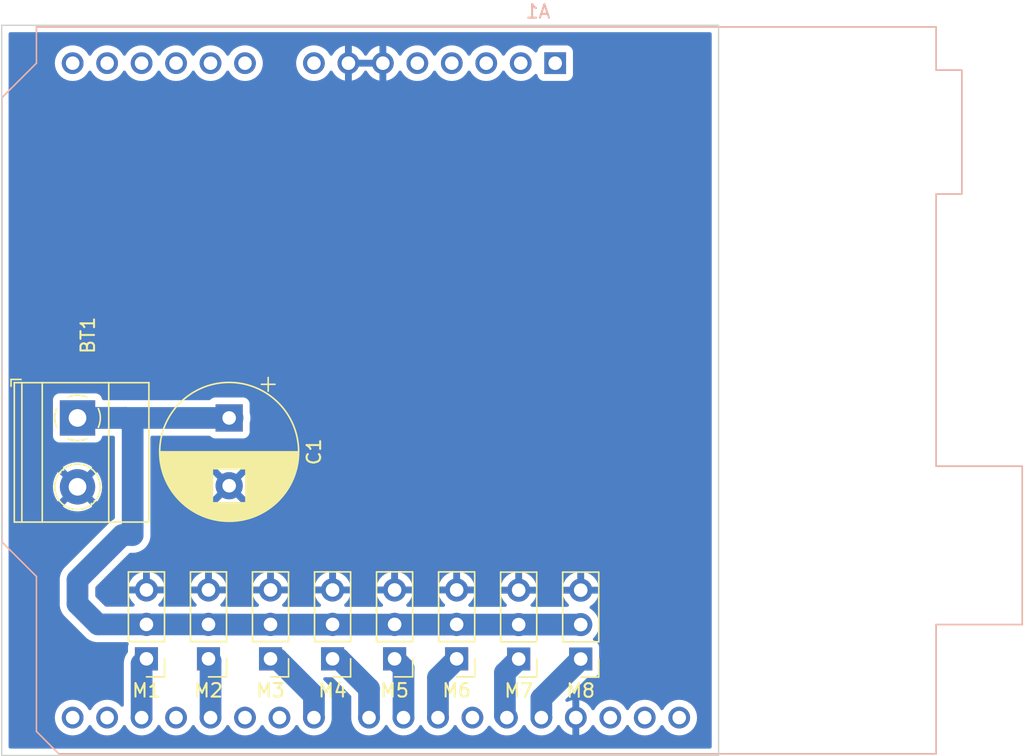
<source format=kicad_pcb>
(kicad_pcb (version 20211014) (generator pcbnew)
  (layers (0 "F.Cu" signal) (31 "B.Cu" signal) (34 "B.Paste" user) (35 "F.Paste" user) (36 "B.SilkS" user "B.Silkscreen") (37 "F.SilkS" user "F.Silkscreen") (38 "B.Mask" user) (39 "F.Mask" user) (44 "Edge.Cuts" user))
  (net 0 "")
  (net 5 "Net-(BT1-Pad1)")
  (net 6 "GND")
  (net 16 "Net-(A1-Pad17)")
  (net 18 "Net-(A1-Pad19)")
  (net 21 "Net-(A1-Pad22)")
  (net 22 "Net-(A1-Pad23)")
  (net 23 "Net-(A1-Pad24)")
  (net 24 "Net-(A1-Pad25)")
  (net 26 "Net-(A1-Pad27)")
  (net 27 "Net-(A1-Pad28)")
  (footprint "Connector_PinHeader_2.54mm:PinHeader_1x03_P2.54mm_Vertical" (layer "F.Cu") (at 130.048 73.645 180)
    (fp_text reference "M3" (at 0 -2.33 180) (layer "F.SilkS"))
    (fp_text value "Motor_Servo")
    (fp_line (start 1.33 1.27) (end 1.33 6.41) (layer "F.SilkS") (width 0.12))
    (fp_line (start -1.33 1.27) (end -1.33 6.41) (layer "F.SilkS") (width 0.12))
    (fp_line (start -1.33 1.27) (end 1.33 1.27) (layer "F.SilkS") (width 0.12))
    (fp_line (start -1.33 0) (end -1.33 -1.33) (layer "F.SilkS") (width 0.12))
    (fp_line (start -1.33 -1.33) (end 0 -1.33) (layer "F.SilkS") (width 0.12))
    (fp_line (start -1.33 6.41) (end 1.33 6.41) (layer "F.SilkS") (width 0.12))
    (pad "1" thru_hole rect (at 0 0 180) (size 1.7 1.7) (drill 1) (layers *.Cu *.Mask) (net 21 "Net-(A1-Pad22)"))
    (pad "2" thru_hole oval (at 0 2.54 180) (size 1.7 1.7) (drill 1) (layers *.Cu *.Mask) (net 5 "Net-(BT1-Pad1)"))
    (pad "3" thru_hole oval (at 0 5.08 180) (size 1.7 1.7) (drill 1) (layers *.Cu *.Mask) (net 6 "GND"))
  )
  (footprint "Connector_PinHeader_2.54mm:PinHeader_1x03_P2.54mm_Vertical" (layer "F.Cu") (at 120.904 73.645 180)
    (fp_text reference "M1" (at 0 -2.33 180) (layer "F.SilkS"))
    (fp_text value "Motor_Servo")
    (fp_line (start -1.33 1.27) (end -1.33 6.41) (layer "F.SilkS") (width 0.12))
    (fp_line (start 1.33 1.27) (end 1.33 6.41) (layer "F.SilkS") (width 0.12))
    (fp_line (start -1.33 -1.33) (end 0 -1.33) (layer "F.SilkS") (width 0.12))
    (fp_line (start -1.33 0) (end -1.33 -1.33) (layer "F.SilkS") (width 0.12))
    (fp_line (start -1.33 6.41) (end 1.33 6.41) (layer "F.SilkS") (width 0.12))
    (fp_line (start -1.33 1.27) (end 1.33 1.27) (layer "F.SilkS") (width 0.12))
    (pad "1" thru_hole rect (at 0 0 180) (size 1.7 1.7) (drill 1) (layers *.Cu *.Mask) (net 16 "Net-(A1-Pad17)"))
    (pad "2" thru_hole oval (at 0 2.54 180) (size 1.7 1.7) (drill 1) (layers *.Cu *.Mask) (net 5 "Net-(BT1-Pad1)"))
    (pad "3" thru_hole oval (at 0 5.08 180) (size 1.7 1.7) (drill 1) (layers *.Cu *.Mask) (net 6 "GND"))
  )
  (footprint "Connector_PinHeader_2.54mm:PinHeader_1x03_P2.54mm_Vertical" (layer "F.Cu") (at 125.476 73.645 180)
    (fp_text reference "M2" (at 0 -2.33 180) (layer "F.SilkS"))
    (fp_text value "Motor_Servo")
    (fp_line (start -1.33 6.41) (end 1.33 6.41) (layer "F.SilkS") (width 0.12))
    (fp_line (start -1.33 -1.33) (end 0 -1.33) (layer "F.SilkS") (width 0.12))
    (fp_line (start -1.33 0) (end -1.33 -1.33) (layer "F.SilkS") (width 0.12))
    (fp_line (start -1.33 1.27) (end -1.33 6.41) (layer "F.SilkS") (width 0.12))
    (fp_line (start -1.33 1.27) (end 1.33 1.27) (layer "F.SilkS") (width 0.12))
    (fp_line (start 1.33 1.27) (end 1.33 6.41) (layer "F.SilkS") (width 0.12))
    (pad "1" thru_hole rect (at 0 0 180) (size 1.7 1.7) (drill 1) (layers *.Cu *.Mask) (net 18 "Net-(A1-Pad19)"))
    (pad "2" thru_hole oval (at 0 2.54 180) (size 1.7 1.7) (drill 1) (layers *.Cu *.Mask) (net 5 "Net-(BT1-Pad1)"))
    (pad "3" thru_hole oval (at 0 5.08 180) (size 1.7 1.7) (drill 1) (layers *.Cu *.Mask) (net 6 "GND"))
  )
  (footprint "Connector_PinHeader_2.54mm:PinHeader_1x03_P2.54mm_Vertical" (layer "F.Cu") (at 152.908 73.66 180)
    (fp_text reference "M8" (at 0 -2.33 180) (layer "F.SilkS"))
    (fp_text value "Motor_Servo")
    (fp_line (start -1.33 0) (end -1.33 -1.33) (layer "F.SilkS") (width 0.12))
    (fp_line (start -1.33 -1.33) (end 0 -1.33) (layer "F.SilkS") (width 0.12))
    (fp_line (start -1.33 6.41) (end 1.33 6.41) (layer "F.SilkS") (width 0.12))
    (fp_line (start -1.33 1.27) (end -1.33 6.41) (layer "F.SilkS") (width 0.12))
    (fp_line (start 1.33 1.27) (end 1.33 6.41) (layer "F.SilkS") (width 0.12))
    (fp_line (start -1.33 1.27) (end 1.33 1.27) (layer "F.SilkS") (width 0.12))
    (pad "1" thru_hole rect (at 0 0 180) (size 1.7 1.7) (drill 1) (layers *.Cu *.Mask) (net 27 "Net-(A1-Pad28)"))
    (pad "2" thru_hole oval (at 0 2.54 180) (size 1.7 1.7) (drill 1) (layers *.Cu *.Mask) (net 5 "Net-(BT1-Pad1)"))
    (pad "3" thru_hole oval (at 0 5.08 180) (size 1.7 1.7) (drill 1) (layers *.Cu *.Mask) (net 6 "GND"))
  )
  (footprint "Connector_PinHeader_2.54mm:PinHeader_1x03_P2.54mm_Vertical" (layer "F.Cu") (at 134.62 73.645 180)
    (fp_text reference "M4" (at 0 -2.33 180) (layer "F.SilkS"))
    (fp_text value "Motor_Servo")
    (fp_line (start -1.33 0) (end -1.33 -1.33) (layer "F.SilkS") (width 0.12))
    (fp_line (start -1.33 6.41) (end 1.33 6.41) (layer "F.SilkS") (width 0.12))
    (fp_line (start -1.33 1.27) (end -1.33 6.41) (layer "F.SilkS") (width 0.12))
    (fp_line (start 1.33 1.27) (end 1.33 6.41) (layer "F.SilkS") (width 0.12))
    (fp_line (start -1.33 1.27) (end 1.33 1.27) (layer "F.SilkS") (width 0.12))
    (fp_line (start -1.33 -1.33) (end 0 -1.33) (layer "F.SilkS") (width 0.12))
    (pad "1" thru_hole rect (at 0 0 180) (size 1.7 1.7) (drill 1) (layers *.Cu *.Mask) (net 22 "Net-(A1-Pad23)"))
    (pad "2" thru_hole oval (at 0 2.54 180) (size 1.7 1.7) (drill 1) (layers *.Cu *.Mask) (net 5 "Net-(BT1-Pad1)"))
    (pad "3" thru_hole oval (at 0 5.08 180) (size 1.7 1.7) (drill 1) (layers *.Cu *.Mask) (net 6 "GND"))
  )
  (footprint "Connector_PinHeader_2.54mm:PinHeader_1x03_P2.54mm_Vertical" (layer "F.Cu") (at 143.764 73.645 180)
    (fp_text reference "M6" (at 0 -2.33 180) (layer "F.SilkS"))
    (fp_text value "Motor_Servo")
    (fp_line (start -1.33 1.27) (end -1.33 6.41) (layer "F.SilkS") (width 0.12))
    (fp_line (start 1.33 1.27) (end 1.33 6.41) (layer "F.SilkS") (width 0.12))
    (fp_line (start -1.33 6.41) (end 1.33 6.41) (layer "F.SilkS") (width 0.12))
    (fp_line (start -1.33 1.27) (end 1.33 1.27) (layer "F.SilkS") (width 0.12))
    (fp_line (start -1.33 -1.33) (end 0 -1.33) (layer "F.SilkS") (width 0.12))
    (fp_line (start -1.33 0) (end -1.33 -1.33) (layer "F.SilkS") (width 0.12))
    (pad "1" thru_hole rect (at 0 0 180) (size 1.7 1.7) (drill 1) (layers *.Cu *.Mask) (net 24 "Net-(A1-Pad25)"))
    (pad "2" thru_hole oval (at 0 2.54 180) (size 1.7 1.7) (drill 1) (layers *.Cu *.Mask) (net 5 "Net-(BT1-Pad1)"))
    (pad "3" thru_hole oval (at 0 5.08 180) (size 1.7 1.7) (drill 1) (layers *.Cu *.Mask) (net 6 "GND"))
  )
  (footprint "Connector_PinHeader_2.54mm:PinHeader_1x03_P2.54mm_Vertical" (layer "F.Cu") (at 148.336 73.66 180)
    (fp_text reference "M7" (at 0 -2.33 180) (layer "F.SilkS"))
    (fp_text value "Motor_Servo")
    (fp_line (start -1.33 6.41) (end 1.33 6.41) (layer "F.SilkS") (width 0.12))
    (fp_line (start 1.33 1.27) (end 1.33 6.41) (layer "F.SilkS") (width 0.12))
    (fp_line (start -1.33 0) (end -1.33 -1.33) (layer "F.SilkS") (width 0.12))
    (fp_line (start -1.33 1.27) (end 1.33 1.27) (layer "F.SilkS") (width 0.12))
    (fp_line (start -1.33 -1.33) (end 0 -1.33) (layer "F.SilkS") (width 0.12))
    (fp_line (start -1.33 1.27) (end -1.33 6.41) (layer "F.SilkS") (width 0.12))
    (pad "1" thru_hole rect (at 0 0 180) (size 1.7 1.7) (drill 1) (layers *.Cu *.Mask) (net 26 "Net-(A1-Pad27)"))
    (pad "2" thru_hole oval (at 0 2.54 180) (size 1.7 1.7) (drill 1) (layers *.Cu *.Mask) (net 5 "Net-(BT1-Pad1)"))
    (pad "3" thru_hole oval (at 0 5.08 180) (size 1.7 1.7) (drill 1) (layers *.Cu *.Mask) (net 6 "GND"))
  )
  (footprint "Capacitor_THT:CP_Radial_D10.0mm_P5.00mm" (layer "F.Cu") (at 127 55.88 -90)
    (fp_text reference "C1" (at 2.5 -6.25 90) (layer "F.SilkS"))
    (fp_text value "C")
    (fp_line (start 4.901 1.241) (end 4.901 4.483) (layer "F.SilkS") (width 0.12))
    (fp_line (start 6.661 -2.945) (end 6.661 2.945) (layer "F.SilkS") (width 0.12))
    (fp_line (start 6.421 -3.254) (end 6.421 3.254) (layer "F.SilkS") (width 0.12))
    (fp_line (start 5.901 -3.789) (end 5.901 -1.241) (layer "F.SilkS") (width 0.12))
    (fp_line (start 7.101 -2.209) (end 7.101 2.209) (layer "F.SilkS") (width 0.12))
    (fp_line (start 2.66 -5.078) (end 2.66 5.078) (layer "F.SilkS") (width 0.12))
    (fp_line (start 3.541 -4.974) (end 3.541 4.974) (layer "F.SilkS") (width 0.12))
    (fp_line (start 7.541 -0.862) (end 7.541 0.862) (layer "F.SilkS") (width 0.12))
    (fp_line (start 4.381 1.241) (end 4.381 4.723) (layer "F.SilkS") (width 0.12))
    (fp_line (start 5.701 1.241) (end 5.701 3.957) (layer "F.SilkS") (width 0.12))
    (fp_line (start 4.541 -4.657) (end 4.541 -1.241) (layer "F.SilkS") (width 0.12))
    (fp_line (start 5.981 -3.716) (end 5.981 -1.241) (layer "F.SilkS") (width 0.12))
    (fp_line (start 4.421 1.241) (end 4.421 4.707) (layer "F.SilkS") (width 0.12))
    (fp_line (start 5.141 1.241) (end 5.141 4.347) (layer "F.SilkS") (width 0.12))
    (fp_line (start 5.461 -4.138) (end 5.461 -1.241) (layer "F.SilkS") (width 0.12))
    (fp_line (start 5.741 -3.925) (end 5.741 -1.241) (layer "F.SilkS") (width 0.12))
    (fp_line (start 3.901 1.241) (end 3.901 4.885) (layer "F.SilkS") (width 0.12))
    (fp_line (start 4.941 -4.462) (end 4.941 -1.241) (layer "F.SilkS") (width 0.12))
    (fp_line (start 4.021 -4.85) (end 4.021 -1.241) (layer "F.SilkS") (width 0.12))
    (fp_line (start 7.341 -1.63) (end 7.341 1.63) (layer "F.SilkS") (width 0.12))
    (fp_line (start 5.221 1.241) (end 5.221 4.298) (layer "F.SilkS") (width 0.12))
    (fp_line (start 4.341 -4.738) (end 4.341 -1.241) (layer "F.SilkS") (width 0.12))
    (fp_line (start 5.741 1.241) (end 5.741 3.925) (layer "F.SilkS") (width 0.12))
    (fp_line (start 2.62 -5.079) (end 2.62 5.079) (layer "F.SilkS") (width 0.12))
    (fp_line (start 3.941 1.241) (end 3.941 4.874) (layer "F.SilkS") (width 0.12))
    (fp_line (start 4.621 1.241) (end 4.621 4.621) (layer "F.SilkS") (width 0.12))
    (fp_line (start 5.941 -3.753) (end 5.941 -1.241) (layer "F.SilkS") (width 0.12))
    (fp_line (start 3.901 -4.885) (end 3.901 -1.241) (layer "F.SilkS") (width 0.12))
    (fp_line (start 4.701 -4.584) (end 4.701 -1.241) (layer "F.SilkS") (width 0.12))
    (fp_line (start 5.341 -4.221) (end 5.341 -1.241) (layer "F.SilkS") (width 0.12))
    (fp_line (start 4.741 -4.564) (end 4.741 -1.241) (layer "F.SilkS") (width 0.12))
    (fp_line (start 2.74 -5.075) (end 2.74 5.075) (layer "F.SilkS") (width 0.12))
    (fp_line (start 4.421 -4.707) (end 4.421 -1.241) (layer "F.SilkS") (width 0.12))
    (fp_line (start 4.181 -4.797) (end 4.181 -1.241) (layer "F.SilkS") (width 0.12))
    (fp_line (start 3.261 -5.024) (end 3.261 5.024) (layer "F.SilkS") (width 0.12))
    (fp_line (start 4.821 -4.525) (end 4.821 -1.241) (layer "F.SilkS") (width 0.12))
    (fp_line (start 4.621 -4.621) (end 4.621 -1.241) (layer "F.SilkS") (width 0.12))
    (fp_line (start 3.941 -4.874) (end 3.941 -1.241) (layer "F.SilkS") (width 0.12))
    (fp_line (start 4.581 1.241) (end 4.581 4.639) (layer "F.SilkS") (width 0.12))
    (fp_line (start 4.541 1.241) (end 4.541 4.657) (layer "F.SilkS") (width 0.12))
    (fp_line (start -2.979646 -2.875) (end -1.979646 -2.875) (layer "F.SilkS") (width 0.12))
    (fp_line (start 5.581 -4.05) (end 5.581 -1.241) (layer "F.SilkS") (width 0.12))
    (fp_line (start 6.981 -2.439) (end 6.981 2.439) (layer "F.SilkS") (width 0.12))
    (fp_line (start 4.301 1.241) (end 4.301 4.754) (layer "F.SilkS") (width 0.12))
    (fp_line (start 5.621 -4.02) (end 5.621 -1.241) (layer "F.SilkS") (width 0.12))
    (fp_line (start 4.661 1.241) (end 4.661 4.603) (layer "F.SilkS") (width 0.12))
    (fp_line (start 7.181 -2.037) (end 7.181 2.037) (layer "F.SilkS") (width 0.12))
    (fp_line (start 4.141 1.241) (end 4.141 4.811) (layer "F.SilkS") (width 0.12))
    (fp_line (start 4.661 -4.603) (end 4.661 -1.241) (layer "F.SilkS") (width 0.12))
    (fp_line (start 3.18 -5.035) (end 3.18 5.035) (layer "F.SilkS") (width 0.12))
    (fp_line (start 4.461 -4.69) (end 4.461 -1.241) (layer "F.SilkS") (width 0.12))
    (fp_line (start 3.701 -4.938) (end 3.701 4.938) (layer "F.SilkS") (width 0.12))
    (fp_line (start 4.101 -4.824) (end 4.101 -1.241) (layer "F.SilkS") (width 0.12))
    (fp_line (start 6.741 -2.83) (end 6.741 2.83) (layer "F.SilkS") (width 0.12))
    (fp_line (start 6.581 -3.054) (end 6.581 3.054) (layer "F.SilkS") (width 0.12))
    (fp_line (start 5.621 1.241) (end 5.621 4.02) (layer "F.SilkS") (width 0.12))
    (fp_line (start 5.421 -4.166) (end 5.421 -1.241) (layer "F.SilkS") (width 0.12))
    (fp_line (start 3.821 1.241) (end 3.821 4.907) (layer "F.SilkS") (width 0.12))
    (fp_line (start 2.9 -5.065) (end 2.9 5.065) (layer "F.SilkS") (width 0.12))
    (fp_line (start 7.581 -0.599) (end 7.581 0.599) (layer "F.SilkS") (width 0.12))
    (fp_line (start 5.301 1.241) (end 5.301 4.247) (layer "F.SilkS") (width 0.12))
    (fp_line (start 4.061 1.241) (end 4.061 4.837) (layer "F.SilkS") (width 0.12))
    (fp_line (start 6.181 -3.52) (end 6.181 -1.241) (layer "F.SilkS") (width 0.12))
    (fp_line (start 6.101 1.241) (end 6.101 3.601) (layer "F.SilkS") (width 0.12))
    (fp_line (start 5.181 1.241) (end 5.181 4.323) (layer "F.SilkS") (width 0.12))
    (fp_line (start 5.301 -4.247) (end 5.301 -1.241) (layer "F.SilkS") (width 0.12))
    (fp_line (start 7.421 -1.378) (end 7.421 1.378) (layer "F.SilkS") (width 0.12))
    (fp_line (start 4.821 1.241) (end 4.821 4.525) (layer "F.SilkS") (width 0.12))
    (fp_line (start 5.901 1.241) (end 5.901 3.789) (layer "F.SilkS") (width 0.12))
    (fp_line (start 5.781 1.241) (end 5.781 3.892) (layer "F.SilkS") (width 0.12))
    (fp_line (start 5.701 -3.957) (end 5.701 -1.241) (layer "F.SilkS") (width 0.12))
    (fp_line (start 5.501 -4.11) (end 5.501 -1.241) (layer "F.SilkS") (width 0.12))
    (fp_line (start 6.261 -3.436) (end 6.261 3.436) (layer "F.SilkS") (width 0.12))
    (fp_line (start 6.061 -3.64) (end 6.061 -1.241) (layer "F.SilkS") (width 0.12))
    (fp_line (start 6.541 -3.106) (end 6.541 3.106) (layer "F.SilkS") (width 0.12))
    (fp_line (start 4.701 1.241) (end 4.701 4.584) (layer "F.SilkS") (width 0.12))
    (fp_line (start 6.301 -3.392) (end 6.301 3.392) (layer "F.SilkS") (width 0.12))
    (fp_line (start 6.821 -2.709) (end 6.821 2.709) (layer "F.SilkS") (width 0.12))
    (fp_line (start 4.581 -4.639) (end 4.581 -1.241) (layer "F.SilkS") (width 0.12))
    (fp_line (start 5.541 1.241) (end 5.541 4.08) (layer "F.SilkS") (width 0.12))
    (fp_line (start 3.1 -5.045) (end 3.1 5.045) (layer "F.SilkS") (width 0.12))
    (fp_line (start 3.381 -5.004) (end 3.381 5.004) (layer "F.SilkS") (width 0.12))
    (fp_line (start 5.021 -4.417) (end 5.021 -1.241) (layer "F.SilkS") (width 0.12))
    (fp_line (start 4.861 1.241) (end 4.861 4.504) (layer "F.SilkS") (width 0.12))
    (fp_line (start 3.221 -5.03) (end 3.221 5.03) (layer "F.SilkS") (width 0.12))
    (fp_line (start 3.781 1.241) (end 3.781 4.918) (layer "F.SilkS") (width 0.12))
    (fp_line (start 7.021 -2.365) (end 7.021 2.365) (layer "F.SilkS") (width 0.12))
    (fp_line (start 5.661 -3.989) (end 5.661 -1.241) (layer "F.SilkS") (width 0.12))
    (fp_line (start 3.421 -4.997) (end 3.421 4.997) (layer "F.SilkS") (width 0.12))
    (fp_line (start 6.141 -3.561) (end 6.141 -1.241) (layer "F.SilkS") (width 0.12))
    (fp_line (start 6.021 1.241) (end 6.021 3.679) (layer "F.SilkS") (width 0.12))
    (fp_line (start 4.501 -4.674) (end 4.501 -1.241) (layer "F.SilkS") (width 0.12))
    (fp_line (start 4.461 1.241) (end 4.461 4.69) (layer "F.SilkS") (width 0.12))
    (fp_line (start 5.061 -4.395) (end 5.061 -1.241) (layer "F.SilkS") (width 0.12))
    (fp_line (start 4.181 1.241) (end 4.181 4.797) (layer "F.SilkS") (width 0.12))
    (fp_line (start 5.461 1.241) (end 5.461 4.138) (layer "F.SilkS") (width 0.12))
    (fp_line (start 6.341 -3.347) (end 6.341 3.347) (layer "F.SilkS") (width 0.12))
    (fp_line (start 4.781 1.241) (end 4.781 4.545) (layer "F.SilkS") (width 0.12))
    (fp_line (start 3.781 -4.918) (end 3.781 -1.241) (layer "F.SilkS") (width 0.12))
    (fp_line (start 4.741 1.241) (end 4.741 4.564) (layer "F.SilkS") (width 0.12))
    (fp_line (start 3.741 -4.928) (end 3.741 4.928) (layer "F.SilkS") (width 0.12))
    (fp_line (start 5.381 1.241) (end 5.381 4.194) (layer "F.SilkS") (width 0.12))
    (fp_line (start 4.261 -4.768) (end 4.261 -1.241) (layer "F.SilkS") (width 0.12))
    (fp_line (start 3.301 -5.018) (end 3.301 5.018) (layer "F.SilkS") (width 0.12))
    (fp_line (start -2.479646 -3.375) (end -2.479646 -2.375) (layer "F.SilkS") (width 0.12))
    (fp_line (start 7.301 -1.742) (end 7.301 1.742) (layer "F.SilkS") (width 0.12))
    (fp_line (start 6.701 -2.889) (end 6.701 2.889) (layer "F.SilkS") (width 0.12))
    (fp_line (start 4.501 1.241) (end 4.501 4.674) (layer "F.SilkS") (width 0.12))
    (fp_line (start 5.981 1.241) (end 5.981 3.716) (layer "F.SilkS") (width 0.12))
    (fp_line (start 3.501 -4.982) (end 3.501 4.982) (layer "F.SilkS") (width 0.12))
    (fp_line (start 5.661 1.241) (end 5.661 3.989) (layer "F.SilkS") (width 0.12))
    (fp_line (start 5.821 1.241) (end 5.821 3.858) (layer "F.SilkS") (width 0.12))
    (fp_line (start 4.101 1.241) (end 4.101 4.824) (layer "F.SilkS") (width 0.12))
    (fp_line (start 2.86 -5.068) (end 2.86 5.068) (layer "F.SilkS") (width 0.12))
    (fp_line (start 3.14 -5.04) (end 3.14 5.04) (layer "F.SilkS") (width 0.12))
    (fp_line (start 6.061 1.241) (end 6.061 3.64) (layer "F.SilkS") (width 0.12))
    (fp_line (start 6.901 -2.579) (end 6.901 2.579) (layer "F.SilkS") (width 0.12))
    (fp_line (start 4.301 -4.754) (end 4.301 -1.241) (layer "F.SilkS") (width 0.12))
    (fp_line (start 6.101 -3.601) (end 6.101 -1.241) (layer "F.SilkS") (width 0.12))
    (fp_line (start 6.461 -3.206) (end 6.461 3.206) (layer "F.SilkS") (width 0.12))
    (fp_line (start 5.101 1.241) (end 5.101 4.371) (layer "F.SilkS") (width 0.12))
    (fp_line (start 5.861 -3.824) (end 5.861 -1.241) (layer "F.SilkS") (width 0.12))
    (fp_line (start 3.861 -4.897) (end 3.861 -1.241) (layer "F.SilkS") (width 0.12))
    (fp_line (start 7.381 -1.51) (end 7.381 1.51) (layer "F.SilkS") (width 0.12))
    (fp_line (start 4.861 -4.504) (end 4.861 -1.241) (layer "F.SilkS") (width 0.12))
    (fp_line (start 5.221 -4.298) (end 5.221 -1.241) (layer "F.SilkS") (width 0.12))
    (fp_line (start 2.7 -5.077) (end 2.7 5.077) (layer "F.SilkS") (width 0.12))
    (fp_line (start 6.501 -3.156) (end 6.501 3.156) (layer "F.SilkS") (width 0.12))
    (fp_line (start 6.221 -3.478) (end 6.221 -1.241) (layer "F.SilkS") (width 0.12))
    (fp_line (start 4.221 1.241) (end 4.221 4.783) (layer "F.SilkS") (width 0.12))
    (fp_line (start 6.221 1.241) (end 6.221 3.478) (layer "F.SilkS") (width 0.12))
    (fp_line (start 7.061 -2.289) (end 7.061 2.289) (layer "F.SilkS") (width 0.12))
    (fp_line (start 4.141 -4.811) (end 4.141 -1.241) (layer "F.SilkS") (width 0.12))
    (fp_line (start 5.261 1.241) (end 5.261 4.273) (layer "F.SilkS") (width 0.12))
    (fp_line (start 4.261 1.241) (end 4.261 4.768) (layer "F.SilkS") (width 0.12))
    (fp_line (start 5.181 -4.323) (end 5.181 -1.241) (layer "F.SilkS") (width 0.12))
    (fp_line (start 4.981 1.241) (end 4.981 4.44) (layer "F.SilkS") (width 0.12))
    (fp_line (start 5.141 -4.347) (end 5.141 -1.241) (layer "F.SilkS") (width 0.12))
    (fp_line (start 3.821 -4.907) (end 3.821 -1.241) (layer "F.SilkS") (width 0.12))
    (fp_line (start 6.781 -2.77) (end 6.781 2.77) (layer "F.SilkS") (width 0.12))
    (fp_line (start 5.421 1.241) (end 5.421 4.166) (layer "F.SilkS") (width 0.12))
    (fp_line (start 3.981 1.241) (end 3.981 4.862) (layer "F.SilkS") (width 0.12))
    (fp_line (start 3.06 -5.05) (end 3.06 5.05) (layer "F.SilkS") (width 0.12))
    (fp_line (start 4.781 -4.545) (end 4.781 -1.241) (layer "F.SilkS") (width 0.12))
    (fp_line (start 2.98 -5.058) (end 2.98 5.058) (layer "F.SilkS") (width 0.12))
    (fp_line (start 2.94 -5.062) (end 2.94 5.062) (layer "F.SilkS") (width 0.12))
    (fp_line (start 2.54 -5.08) (end 2.54 5.08) (layer "F.SilkS") (width 0.12))
    (fp_line (start 6.941 -2.51) (end 6.941 2.51) (layer "F.SilkS") (width 0.12))
    (fp_line (start 2.58 -5.08) (end 2.58 5.08) (layer "F.SilkS") (width 0.12))
    (fp_line (start 4.981 -4.44) (end 4.981 -1.241) (layer "F.SilkS") (width 0.12))
    (fp_line (start 6.861 -2.645) (end 6.861 2.645) (layer "F.SilkS") (width 0.12))
    (fp_line (start 5.861 1.241) (end 5.861 3.824) (layer "F.SilkS") (width 0.12))
    (fp_line (start 5.061 1.241) (end 5.061 4.395) (layer "F.SilkS") (width 0.12))
    (fp_line (start 2.5 -5.08) (end 2.5 5.08) (layer "F.SilkS") (width 0.12))
    (fp_line (start 6.021 -3.679) (end 6.021 -1.241) (layer "F.SilkS") (width 0.12))
    (fp_line (start 7.221 -1.944) (end 7.221 1.944) (layer "F.SilkS") (width 0.12))
    (fp_line (start 4.221 -4.783) (end 4.221 -1.241) (layer "F.SilkS") (width 0.12))
    (fp_line (start 5.821 -3.858) (end 5.821 -1.241) (layer "F.SilkS") (width 0.12))
    (fp_line (start 4.901 -4.483) (end 4.901 -1.241) (layer "F.SilkS") (width 0.12))
    (fp_line (start 5.941 1.241) (end 5.941 3.753) (layer "F.SilkS") (width 0.12))
    (fp_line (start 4.341 1.241) (end 4.341 4.738) (layer "F.SilkS") (width 0.12))
    (fp_line (start 4.941 1.241) (end 4.941 4.462) (layer "F.SilkS") (width 0.12))
    (fp_line (start 5.021 1.241) (end 5.021 4.417) (layer "F.SilkS") (width 0.12))
    (fp_line (start 7.501 -1.062) (end 7.501 1.062) (layer "F.SilkS") (width 0.12))
    (fp_line (start 2.78 -5.073) (end 2.78 5.073) (layer "F.SilkS") (width 0.12))
    (fp_line (start 2.82 -5.07) (end 2.82 5.07) (layer "F.SilkS") (width 0.12))
    (fp_line (start 7.261 -1.846) (end 7.261 1.846) (layer "F.SilkS") (width 0.12))
    (fp_line (start 5.781 -3.892) (end 5.781 -1.241) (layer "F.SilkS") (width 0.12))
    (fp_line (start 5.381 -4.194) (end 5.381 -1.241) (layer "F.SilkS") (width 0.12))
    (fp_line (start 5.261 -4.273) (end 5.261 -1.241) (layer "F.SilkS") (width 0.12))
    (fp_line (start 3.661 -4.947) (end 3.661 4.947) (layer "F.SilkS") (width 0.12))
    (fp_line (start 5.541 -4.08) (end 5.541 -1.241) (layer "F.SilkS") (width 0.12))
    (fp_line (start 5.501 1.241) (end 5.501 4.11) (layer "F.SilkS") (width 0.12))
    (fp_line (start 3.981 -4.862) (end 3.981 -1.241) (layer "F.SilkS") (width 0.12))
    (fp_line (start 7.461 -1.23) (end 7.461 1.23) (layer "F.SilkS") (width 0.12))
    (fp_line (start 3.581 -4.965) (end 3.581 4.965) (layer "F.SilkS") (width 0.12))
    (fp_line (start 6.621 -3) (end 6.621 3) (layer "F.SilkS") (width 0.12))
    (fp_line (start 4.021 1.241) (end 4.021 4.85) (layer "F.SilkS") (width 0.12))
    (fp_line (start 7.141 -2.125) (end 7.141 2.125) (layer "F.SilkS") (width 0.12))
    (fp_line (start 4.381 -4.723) (end 4.381 -1.241) (layer "F.SilkS") (width 0.12))
    (fp_line (start 5.581 1.241) (end 5.581 4.05) (layer "F.SilkS") (width 0.12))
    (fp_line (start 6.181 1.241) (end 6.181 3.52) (layer "F.SilkS") (width 0.12))
    (fp_line (start 5.341 1.241) (end 5.341 4.221) (layer "F.SilkS") (width 0.12))
    (fp_line (start 3.861 1.241) (end 3.861 4.897) (layer "F.SilkS") (width 0.12))
    (fp_line (start 3.341 -5.011) (end 3.341 5.011) (layer "F.SilkS") (width 0.12))
    (fp_line (start 3.621 -4.956) (end 3.621 4.956) (layer "F.SilkS") (width 0.12))
    (fp_line (start 3.461 -4.99) (end 3.461 4.99) (layer "F.SilkS") (width 0.12))
    (fp_line (start 4.061 -4.837) (end 4.061 -1.241) (layer "F.SilkS") (width 0.12))
    (fp_line (start 3.02 -5.054) (end 3.02 5.054) (layer "F.SilkS") (width 0.12))
    (fp_line (start 6.141 1.241) (end 6.141 3.561) (layer "F.SilkS") (width 0.12))
    (fp_line (start 6.381 -3.301) (end 6.381 3.301) (layer "F.SilkS") (width 0.12))
    (fp_line (start 5.101 -4.371) (end 5.101 -1.241) (layer "F.SilkS") (width 0.12))
    (fp_circle (center 2.5 0) (end 7.62 0) (layer "F.SilkS") (width 0.12) (fill none))
    (pad "1" thru_hole rect (at 0 0 270) (size 2 2) (drill 1) (layers *.Cu *.Mask) (net 5 "Net-(BT1-Pad1)"))
    (pad "2" thru_hole circle (at 5 0 270) (size 2 2) (drill 1) (layers *.Cu *.Mask) (net 6 "GND"))
  )
  (footprint "TerminalBlock_Phoenix:TerminalBlock_Phoenix_MKDS-1,5-2-5.08_1x02_P5.08mm_Horizontal" (layer "F.Cu") (at 115.824 55.88 -90)
    (fp_text reference "BT1" (at -6.096 -0.762 -90) (layer "F.SilkS"))
    (fp_text value "Battery_Cell")
    (fp_line (start -2.84 4.9) (end -2.34 4.9) (layer "F.SilkS") (width 0.12))
    (fp_line (start -2.6 -2.301) (end 7.68 -2.301) (layer "F.SilkS") (width 0.12))
    (fp_line (start 3.853 1.023) (end 3.806 1.069) (layer "F.SilkS") (width 0.12))
    (fp_line (start 6.355 -1.069) (end 6.308 -1.023) (layer "F.SilkS") (width 0.12))
    (fp_line (start -2.6 -5.261) (end 7.68 -5.261) (layer "F.SilkS") (width 0.12))
    (fp_line (start 4.046 1.239) (end 4.011 1.274) (layer "F.SilkS") (width 0.12))
    (fp_line (start -2.6 4.1) (end 7.68 4.1) (layer "F.SilkS") (width 0.12))
    (fp_line (start -2.84 4.16) (end -2.84 4.9) (layer "F.SilkS") (width 0.12))
    (fp_line (start 6.15 -1.275) (end 6.115 -1.239) (layer "F.SilkS") (width 0.12))
    (fp_line (start -2.6 2.6) (end 7.68 2.6) (layer "F.SilkS") (width 0.12))
    (fp_line (start -2.6 4.66) (end 7.68 4.66) (layer "F.SilkS") (width 0.12))
    (fp_line (start 7.68 -5.261) (end 7.68 4.66) (layer "F.SilkS") (width 0.12))
    (fp_line (start -2.6 -5.261) (end -2.6 4.66) (layer "F.SilkS") (width 0.12))
    (fp_arc (start -1.535427 0.683042) (mid -1.680501 -0.000524) (end -1.535 -0.684) (layer "F.SilkS") (width 0.12))
    (fp_arc (start -0.683042 -1.535427) (mid 0.000524 -1.680501) (end 0.684 -1.535) (layer "F.SilkS") (width 0.12))
    (fp_arc (start 0.683318 1.534756) (mid 0.349292 1.643288) (end 0 1.68) (layer "F.SilkS") (width 0.12))
    (fp_arc (start 0.028805 1.680253) (mid -0.335551 1.646659) (end -0.684 1.535) (layer "F.SilkS") (width 0.12))
    (fp_arc (start 1.535427 -0.683042) (mid 1.680501 0.000524) (end 1.535 0.684) (layer "F.SilkS") (width 0.12))
    (fp_circle (center 5.08 0) (end 6.76 0) (layer "F.SilkS") (width 0.12) (fill none))
    (pad "1" thru_hole rect (at 0 0 270) (size 2.6 2.6) (drill 1.3) (layers *.Cu *.Mask) (net 5 "Net-(BT1-Pad1)"))
    (pad "2" thru_hole circle (at 5.08 0 270) (size 2.6 2.6) (drill 1.3) (layers *.Cu *.Mask) (net 6 "GND"))
  )
  (footprint "Connector_PinHeader_2.54mm:PinHeader_1x03_P2.54mm_Vertical" (layer "F.Cu") (at 139.192 73.645 180)
    (fp_text reference "M5" (at 0 -2.33 180) (layer "F.SilkS"))
    (fp_text value "Motor_Servo")
    (fp_line (start -1.33 -1.33) (end 0 -1.33) (layer "F.SilkS") (width 0.12))
    (fp_line (start 1.33 1.27) (end 1.33 6.41) (layer "F.SilkS") (width 0.12))
    (fp_line (start -1.33 6.41) (end 1.33 6.41) (layer "F.SilkS") (width 0.12))
    (fp_line (start -1.33 1.27) (end 1.33 1.27) (layer "F.SilkS") (width 0.12))
    (fp_line (start -1.33 0) (end -1.33 -1.33) (layer "F.SilkS") (width 0.12))
    (fp_line (start -1.33 1.27) (end -1.33 6.41) (layer "F.SilkS") (width 0.12))
    (pad "1" thru_hole rect (at 0 0 180) (size 1.7 1.7) (drill 1) (layers *.Cu *.Mask) (net 23 "Net-(A1-Pad24)"))
    (pad "2" thru_hole oval (at 0 2.54 180) (size 1.7 1.7) (drill 1) (layers *.Cu *.Mask) (net 5 "Net-(BT1-Pad1)"))
    (pad "3" thru_hole oval (at 0 5.08 180) (size 1.7 1.7) (drill 1) (layers *.Cu *.Mask) (net 6 "GND"))
  )
  (footprint "Module:Arduino_UNO_R3" (layer "B.Cu") (at 151.026809 29.718001 180)
    (fp_text reference "A1" (at 1.27 3.81) (layer "B.SilkS") (effects (justify mirror)))
    (fp_text value "Arduino_UNO_R3")
    (fp_line (start -28.07 2.67) (end -28.07 -0.51) (layer "B.SilkS") (width 0.12))
    (fp_line (start -29.97 -0.51) (end -29.97 -9.65) (layer "B.SilkS") (width 0.12))
    (fp_line (start -28.07 -50.93) (end 36.58 -50.93) (layer "B.SilkS") (width 0.12))
    (fp_line (start -34.42 -29.72) (end -34.42 -41.4) (layer "B.SilkS") (width 0.12))
    (fp_line (start -28.07 -9.65) (end -28.07 -29.72) (layer "B.SilkS") (width 0.12))
    (fp_line (start 38.23 -49.28) (end 38.23 -37.85) (layer "B.SilkS") (width 0.12))
    (fp_line (start 38.23 0) (end 38.23 2.67) (layer "B.SilkS") (width 0.12))
    (fp_line (start 40.77 -2.54) (end 38.23 0) (layer "B.SilkS") (width 0.12))
    (fp_line (start 38.23 -37.85) (end 40.77 -35.31) (layer "B.SilkS") (width 0.12))
    (fp_line (start -28.07 -41.4) (end -28.07 -50.93) (layer "B.SilkS") (width 0.12))
    (fp_line (start -28.07 -29.72) (end -34.42 -29.72) (layer "B.SilkS") (width 0.12))
    (fp_line (start -29.97 -9.65) (end -28.07 -9.65) (layer "B.SilkS") (width 0.12))
    (fp_line (start 40.77 -35.31) (end 40.77 -2.54) (layer "B.SilkS") (width 0.12))
    (fp_line (start 36.58 -50.93) (end 38.23 -49.28) (layer "B.SilkS") (width 0.12))
    (fp_line (start -34.42 -41.4) (end -28.07 -41.4) (layer "B.SilkS") (width 0.12))
    (fp_line (start 38.23 2.67) (end -28.07 2.67) (layer "B.SilkS") (width 0.12))
    (fp_line (start -28.07 -0.51) (end -29.97 -0.51) (layer "B.SilkS") (width 0.12))
    (pad "1" thru_hole rect (at 0 0 90) (size 1.6 1.6) (drill 1) (layers *.Cu *.Mask))
    (pad "2" thru_hole oval (at 2.54 0 90) (size 1.6 1.6) (drill 1) (layers *.Cu *.Mask))
    (pad "3" thru_hole oval (at 5.08 0 90) (size 1.6 1.6) (drill 1) (layers *.Cu *.Mask))
    (pad "4" thru_hole oval (at 7.62 0 90) (size 1.6 1.6) (drill 1) (layers *.Cu *.Mask))
    (pad "5" thru_hole oval (at 10.16 0 90) (size 1.6 1.6) (drill 1) (layers *.Cu *.Mask))
    (pad "6" thru_hole oval (at 12.7 0 90) (size 1.6 1.6) (drill 1) (layers *.Cu *.Mask) (net 6 "GND"))
    (pad "7" thru_hole oval (at 15.24 0 90) (size 1.6 1.6) (drill 1) (layers *.Cu *.Mask) (net 6 "GND"))
    (pad "8" thru_hole oval (at 17.78 0 90) (size 1.6 1.6) (drill 1) (layers *.Cu *.Mask))
    (pad "9" thru_hole oval (at 22.86 0 90) (size 1.6 1.6) (drill 1) (layers *.Cu *.Mask))
    (pad "10" thru_hole oval (at 25.4 0 90) (size 1.6 1.6) (drill 1) (layers *.Cu *.Mask))
    (pad "11" thru_hole oval (at 27.94 0 90) (size 1.6 1.6) (drill 1) (layers *.Cu *.Mask))
    (pad "12" thru_hole oval (at 30.48 0 90) (size 1.6 1.6) (drill 1) (layers *.Cu *.Mask))
    (pad "13" thru_hole oval (at 33.02 0 90) (size 1.6 1.6) (drill 1) (layers *.Cu *.Mask))
    (pad "14" thru_hole oval (at 35.56 0 90) (size 1.6 1.6) (drill 1) (layers *.Cu *.Mask))
    (pad "15" thru_hole oval (at 35.56 -48.26 90) (size 1.6 1.6) (drill 1) (layers *.Cu *.Mask))
    (pad "16" thru_hole oval (at 33.02 -48.26 90) (size 1.6 1.6) (drill 1) (layers *.Cu *.Mask))
    (pad "17" thru_hole oval (at 30.48 -48.26 90) (size 1.6 1.6) (drill 1) (layers *.Cu *.Mask) (net 16 "Net-(A1-Pad17)"))
    (pad "18" thru_hole oval (at 27.94 -48.26 90) (size 1.6 1.6) (drill 1) (layers *.Cu *.Mask))
    (pad "19" thru_hole oval (at 25.4 -48.26 90) (size 1.6 1.6) (drill 1) (layers *.Cu *.Mask) (net 18 "Net-(A1-Pad19)"))
    (pad "20" thru_hole oval (at 22.86 -48.26 90) (size 1.6 1.6) (drill 1) (layers *.Cu *.Mask))
    (pad "21" thru_hole oval (at 20.32 -48.26 90) (size 1.6 1.6) (drill 1) (layers *.Cu *.Mask))
    (pad "22" thru_hole oval (at 17.78 -48.26 90) (size 1.6 1.6) (drill 1) (layers *.Cu *.Mask) (net 21 "Net-(A1-Pad22)"))
    (pad "23" thru_hole oval (at 13.72 -48.26 90) (size 1.6 1.6) (drill 1) (layers *.Cu *.Mask) (net 22 "Net-(A1-Pad23)"))
    (pad "24" thru_hole oval (at 11.18 -48.26 90) (size 1.6 1.6) (drill 1) (layers *.Cu *.Mask) (net 23 "Net-(A1-Pad24)"))
    (pad "25" thru_hole oval (at 8.64 -48.26 90) (size 1.6 1.6) (drill 1) (layers *.Cu *.Mask) (net 24 "Net-(A1-Pad25)"))
    (pad "26" thru_hole oval (at 6.1 -48.26 90) (size 1.6 1.6) (drill 1) (layers *.Cu *.Mask))
    (pad "27" thru_hole oval (at 3.56 -48.26 90) (size 1.6 1.6) (drill 1) (layers *.Cu *.Mask) (net 26 "Net-(A1-Pad27)"))
    (pad "28" thru_hole oval (at 1.02 -48.26 90) (size 1.6 1.6) (drill 1) (layers *.Cu *.Mask) (net 27 "Net-(A1-Pad28)"))
    (pad "29" thru_hole oval (at -1.52 -48.26 90) (size 1.6 1.6) (drill 1) (layers *.Cu *.Mask) (net 6 "GND"))
    (pad "30" thru_hole oval (at -4.06 -48.26 90) (size 1.6 1.6) (drill 1) (layers *.Cu *.Mask))
    (pad "31" thru_hole oval (at -6.6 -48.26 90) (size 1.6 1.6) (drill 1) (layers *.Cu *.Mask))
    (pad "32" thru_hole oval (at -9.14 -48.26 90) (size 1.6 1.6) (drill 1) (layers *.Cu *.Mask))
  )
  (gr_line (start 163.068 26.924) (end 110.236 26.924) (layer "Edge.Cuts") (width 0.1))
  (gr_line (start 110.236 80.772) (end 163.068 80.772) (layer "Edge.Cuts") (width 0.1))
  (gr_line (start 163.068 80.772) (end 163.068 26.924) (layer "Edge.Cuts") (width 0.1))
  (gr_line (start 110.236 26.924) (end 110.236 80.772) (layer "Edge.Cuts") (width 0.1))
  (segment (start 115.824 67.818) (end 119.126 64.516) (width 1.6) (layer "B.Cu") (net 5))
  (segment (start 119.888 64.516) (end 119.888 56.642) (width 1.6) (layer "B.Cu") (net 5))
  (segment (start 117.333 71.105) (end 115.824 69.596) (width 1.6) (layer "B.Cu") (net 5))
  (segment (start 126.826 71.105) (end 117.333 71.105) (width 1.6) (layer "B.Cu") (net 5))
  (segment (start 152.908 71.12) (end 126.841 71.12) (width 1.6) (layer "B.Cu") (net 5))
  (segment (start 119.888 56.388) (end 119.38 55.88) (width 1.6) (layer "B.Cu") (net 5))
  (segment (start 127.254 55.88) (end 115.824 55.88) (width 1.6) (layer "B.Cu") (net 5))
  (segment (start 115.824 69.596) (end 115.824 67.818) (width 1.6) (layer "B.Cu") (net 5))
  (segment (start 126.841 71.12) (end 126.826 71.105) (width 1.6) (layer "B.Cu") (net 5))
  (segment (start 119.38 55.88) (end 115.824 55.88) (width 1.6) (layer "B.Cu") (net 5))
  (segment (start 119.126 64.516) (end 119.888 64.516) (width 1.6) (layer "B.Cu") (net 5))
  (segment (start 119.888 56.642) (end 119.888 56.388) (width 1.6) (layer "B.Cu") (net 5))
  (segment (start 120.546809 74.002191) (end 120.904 73.645) (width 1.6) (layer "B.Cu") (net 16))
  (segment (start 120.546809 77.978001) (end 120.546809 74.002191) (width 1.6) (layer "B.Cu") (net 16))
  (segment (start 125.626809 73.795809) (end 125.476 73.645) (width 1.6) (layer "B.Cu") (net 18))
  (segment (start 125.626809 77.978001) (end 125.626809 73.795809) (width 1.6) (layer "B.Cu") (net 18))
  (segment (start 130.541 73.645) (end 133.246809 76.350809) (width 1.6) (layer "B.Cu") (net 21))
  (segment (start 130.048 73.645) (end 130.541 73.645) (width 1.6) (layer "B.Cu") (net 21))
  (segment (start 133.246809 76.350809) (end 133.246809 77.978001) (width 1.6) (layer "B.Cu") (net 21))
  (segment (start 137.306809 75.838809) (end 137.306809 77.978001) (width 1.6) (layer "B.Cu") (net 22))
  (segment (start 135.113 73.645) (end 137.306809 75.838809) (width 1.6) (layer "B.Cu") (net 22))
  (segment (start 134.62 73.645) (end 135.113 73.645) (width 1.6) (layer "B.Cu") (net 22))
  (segment (start 139.192 73.645) (end 139.192 73.66) (width 1.6) (layer "B.Cu") (net 23))
  (segment (start 139.846809 74.314809) (end 139.846809 77.978001) (width 1.6) (layer "B.Cu") (net 23))
  (segment (start 139.192 73.66) (end 139.846809 74.314809) (width 1.6) (layer "B.Cu") (net 23))
  (segment (start 142.386809 75.037191) (end 142.386809 77.978001) (width 1.6) (layer "B.Cu") (net 24))
  (segment (start 143.764 73.66) (end 142.386809 75.037191) (width 1.6) (layer "B.Cu") (net 24))
  (segment (start 143.764 73.645) (end 143.764 73.66) (width 1.6) (layer "B.Cu") (net 24))
  (segment (start 148.336 73.66) (end 147.32 74.676) (width 1.6) (layer "B.Cu") (net 26))
  (segment (start 147.32 74.676) (end 147.32 77.831192) (width 1.6) (layer "B.Cu") (net 26))
  (segment (start 147.32 77.831192) (end 147.466809 77.978001) (width 1.6) (layer "B.Cu") (net 26))
  (segment (start 152.908 73.66) (end 150.006809 76.561191) (width 1.6) (layer "B.Cu") (net 27))
  (segment (start 150.006809 76.561191) (end 150.006809 77.978001) (width 1.6) (layer "B.Cu") (net 27))
  (zone (net 6) (net_name "GND") (layer "B.Cu") (connect_pads (clearance 0.508)) (min_thickness 0.254) (fill yes (thermal_gap 0.508) (thermal_bridge_width 0.508))
    (polygon (pts (xy 163.068 80.772) (xy 110.236 80.772) (xy 110.236 26.924) (xy 163.068 26.924)))
  )
)
</source>
